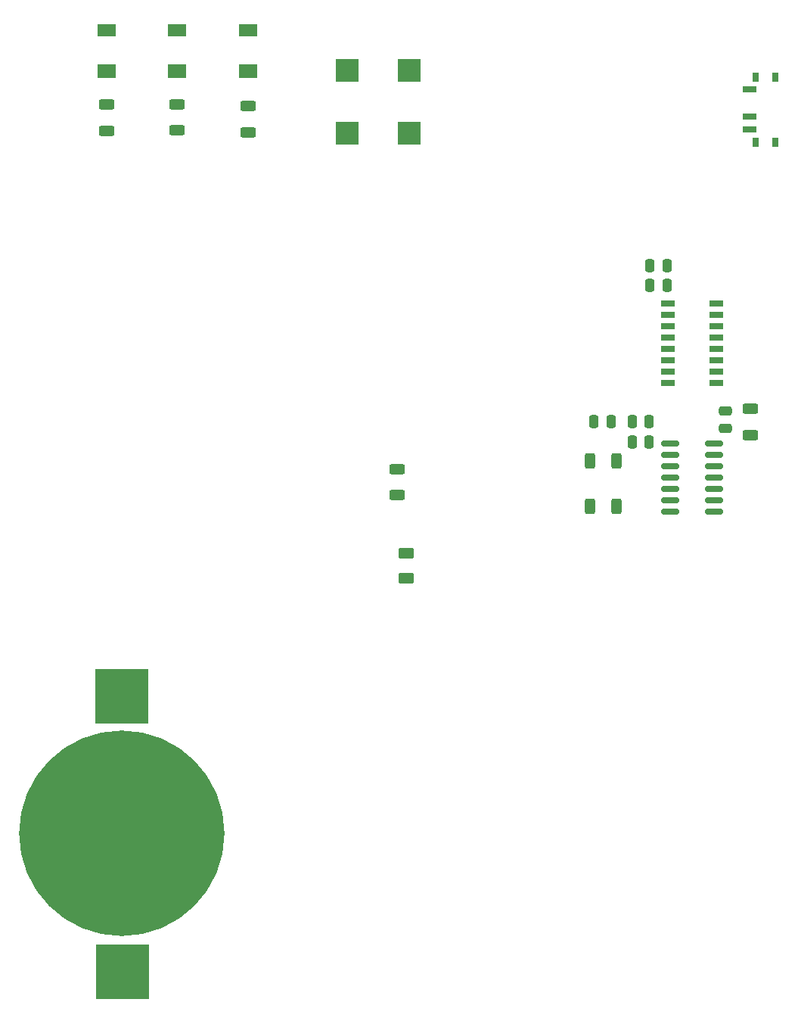
<source format=gbr>
%TF.GenerationSoftware,KiCad,Pcbnew,(6.0.1)*%
%TF.CreationDate,2022-08-22T18:54:28-05:00*%
%TF.ProjectId,Biohacking Village Badge - Gutz-Girl,42696f68-6163-46b6-996e-672056696c6c,1.0b*%
%TF.SameCoordinates,Original*%
%TF.FileFunction,Paste,Bot*%
%TF.FilePolarity,Positive*%
%FSLAX46Y46*%
G04 Gerber Fmt 4.6, Leading zero omitted, Abs format (unit mm)*
G04 Created by KiCad (PCBNEW (6.0.1)) date 2022-08-22 18:54:28*
%MOMM*%
%LPD*%
G01*
G04 APERTURE LIST*
G04 Aperture macros list*
%AMRoundRect*
0 Rectangle with rounded corners*
0 $1 Rounding radius*
0 $2 $3 $4 $5 $6 $7 $8 $9 X,Y pos of 4 corners*
0 Add a 4 corners polygon primitive as box body*
4,1,4,$2,$3,$4,$5,$6,$7,$8,$9,$2,$3,0*
0 Add four circle primitives for the rounded corners*
1,1,$1+$1,$2,$3*
1,1,$1+$1,$4,$5*
1,1,$1+$1,$6,$7*
1,1,$1+$1,$8,$9*
0 Add four rect primitives between the rounded corners*
20,1,$1+$1,$2,$3,$4,$5,0*
20,1,$1+$1,$4,$5,$6,$7,0*
20,1,$1+$1,$6,$7,$8,$9,0*
20,1,$1+$1,$8,$9,$2,$3,0*%
G04 Aperture macros list end*
%ADD10R,2.032000X1.524000*%
%ADD11R,2.095500X1.397000*%
%ADD12R,1.550000X0.700000*%
%ADD13RoundRect,0.250000X0.250000X0.475000X-0.250000X0.475000X-0.250000X-0.475000X0.250000X-0.475000X0*%
%ADD14RoundRect,0.250000X-0.625000X0.312500X-0.625000X-0.312500X0.625000X-0.312500X0.625000X0.312500X0*%
%ADD15R,6.000000X6.200000*%
%ADD16C,23.000000*%
%ADD17RoundRect,0.250000X-0.312500X-0.625000X0.312500X-0.625000X0.312500X0.625000X-0.312500X0.625000X0*%
%ADD18RoundRect,0.250000X0.475000X-0.250000X0.475000X0.250000X-0.475000X0.250000X-0.475000X-0.250000X0*%
%ADD19RoundRect,0.250000X0.625000X-0.375000X0.625000X0.375000X-0.625000X0.375000X-0.625000X-0.375000X0*%
%ADD20RoundRect,0.250000X0.312500X0.625000X-0.312500X0.625000X-0.312500X-0.625000X0.312500X-0.625000X0*%
%ADD21RoundRect,0.150000X0.825000X0.150000X-0.825000X0.150000X-0.825000X-0.150000X0.825000X-0.150000X0*%
%ADD22R,0.800000X1.000000*%
%ADD23R,1.500000X0.700000*%
%ADD24R,2.500000X2.500000*%
G04 APERTURE END LIST*
D10*
%TO.C,D2*%
X85150200Y-48554800D03*
D11*
X85150200Y-43982800D03*
%TD*%
%TO.C,D3*%
X93100400Y-43957400D03*
D10*
X93100400Y-48529400D03*
%TD*%
D11*
%TO.C,D1*%
X77200000Y-43982800D03*
D10*
X77200000Y-48554800D03*
%TD*%
D12*
%TO.C,U1*%
X145473000Y-74549000D03*
X145473000Y-75819000D03*
X145473000Y-77089000D03*
X145473000Y-78359000D03*
X145473000Y-79629000D03*
X145473000Y-80899000D03*
X145473000Y-82169000D03*
X145473000Y-83439000D03*
X140023000Y-83439000D03*
X140023000Y-82169000D03*
X140023000Y-80899000D03*
X140023000Y-79629000D03*
X140023000Y-78359000D03*
X140023000Y-77089000D03*
X140023000Y-75819000D03*
X140023000Y-74549000D03*
%TD*%
D13*
%TO.C,C5*%
X139950000Y-70250000D03*
X138050000Y-70250000D03*
%TD*%
D14*
%TO.C,R3*%
X93075000Y-52426300D03*
X93075000Y-55351300D03*
%TD*%
D15*
%TO.C,CR2450*%
X79026600Y-149294000D03*
X78925000Y-118500000D03*
D16*
X78925000Y-133800000D03*
%TD*%
D13*
%TO.C,C3*%
X139950000Y-72500000D03*
X138050000Y-72500000D03*
%TD*%
D14*
%TO.C,R7*%
X109728000Y-93025500D03*
X109728000Y-95950500D03*
%TD*%
D17*
%TO.C,R6*%
X131379500Y-92170000D03*
X134304500Y-92170000D03*
%TD*%
D18*
%TO.C,C1*%
X146500000Y-88450000D03*
X146500000Y-86550000D03*
%TD*%
D14*
%TO.C,R1*%
X77225400Y-52273900D03*
X77225400Y-55198900D03*
%TD*%
D19*
%TO.C,D4*%
X110744000Y-105286000D03*
X110744000Y-102486000D03*
%TD*%
D13*
%TO.C,C6*%
X137950000Y-90000000D03*
X136050000Y-90000000D03*
%TD*%
D20*
%TO.C,R5*%
X134304500Y-97250000D03*
X131379500Y-97250000D03*
%TD*%
D21*
%TO.C,U2*%
X145223000Y-90170000D03*
X145223000Y-91440000D03*
X145223000Y-92710000D03*
X145223000Y-93980000D03*
X145223000Y-95250000D03*
X145223000Y-96520000D03*
X145223000Y-97790000D03*
X140273000Y-97790000D03*
X140273000Y-96520000D03*
X140273000Y-95250000D03*
X140273000Y-93980000D03*
X140273000Y-92710000D03*
X140273000Y-91440000D03*
X140273000Y-90170000D03*
%TD*%
D13*
%TO.C,C2*%
X133700000Y-87750000D03*
X131800000Y-87750000D03*
%TD*%
D14*
%TO.C,R2*%
X85150200Y-52248500D03*
X85150200Y-55173500D03*
%TD*%
D13*
%TO.C,C4*%
X137950000Y-87750000D03*
X136050000Y-87750000D03*
%TD*%
D22*
%TO.C,SW1*%
X149875000Y-56482000D03*
X152085000Y-49182000D03*
X152085000Y-56482000D03*
X149875000Y-49182000D03*
D23*
X149225000Y-50582000D03*
X149225000Y-53582000D03*
X149225000Y-55082000D03*
%TD*%
D24*
%TO.C,BZ1*%
X104120900Y-48450100D03*
X111120900Y-48450100D03*
X111120900Y-55450100D03*
X104120900Y-55450100D03*
%TD*%
D14*
%TO.C,R4*%
X149250000Y-86287500D03*
X149250000Y-89212500D03*
%TD*%
M02*

</source>
